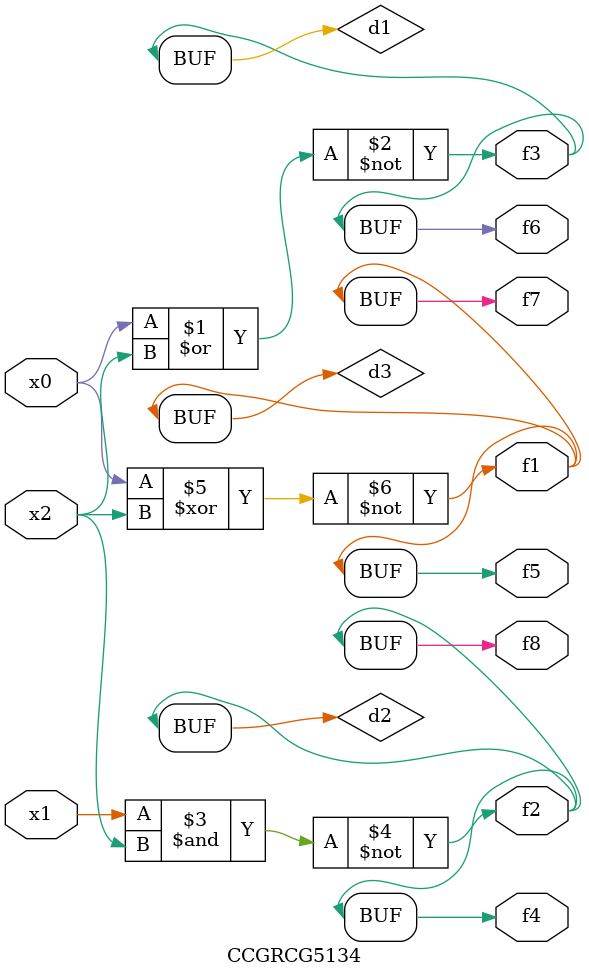
<source format=v>
module CCGRCG5134(
	input x0, x1, x2,
	output f1, f2, f3, f4, f5, f6, f7, f8
);

	wire d1, d2, d3;

	nor (d1, x0, x2);
	nand (d2, x1, x2);
	xnor (d3, x0, x2);
	assign f1 = d3;
	assign f2 = d2;
	assign f3 = d1;
	assign f4 = d2;
	assign f5 = d3;
	assign f6 = d1;
	assign f7 = d3;
	assign f8 = d2;
endmodule

</source>
